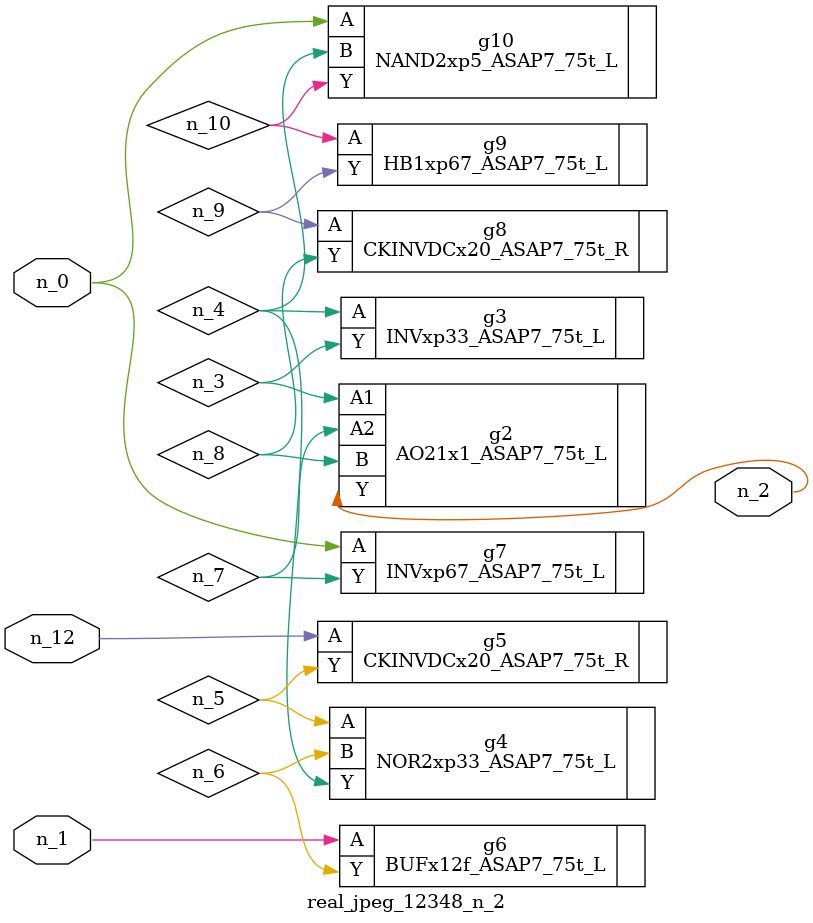
<source format=v>
module real_jpeg_12348_n_2 (n_12, n_1, n_0, n_2);

input n_12;
input n_1;
input n_0;

output n_2;

wire n_5;
wire n_4;
wire n_8;
wire n_6;
wire n_7;
wire n_3;
wire n_10;
wire n_9;

INVxp67_ASAP7_75t_L g7 ( 
.A(n_0),
.Y(n_7)
);

NAND2xp5_ASAP7_75t_L g10 ( 
.A(n_0),
.B(n_4),
.Y(n_10)
);

BUFx12f_ASAP7_75t_L g6 ( 
.A(n_1),
.Y(n_6)
);

AO21x1_ASAP7_75t_L g2 ( 
.A1(n_3),
.A2(n_7),
.B(n_8),
.Y(n_2)
);

INVxp33_ASAP7_75t_L g3 ( 
.A(n_4),
.Y(n_3)
);

NOR2xp33_ASAP7_75t_L g4 ( 
.A(n_5),
.B(n_6),
.Y(n_4)
);

CKINVDCx20_ASAP7_75t_R g8 ( 
.A(n_9),
.Y(n_8)
);

HB1xp67_ASAP7_75t_L g9 ( 
.A(n_10),
.Y(n_9)
);

CKINVDCx20_ASAP7_75t_R g5 ( 
.A(n_12),
.Y(n_5)
);


endmodule
</source>
